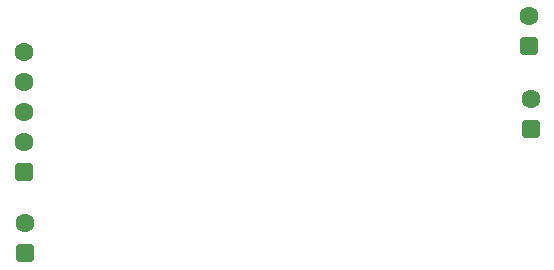
<source format=gbr>
G04*
G04 #@! TF.GenerationSoftware,Altium Limited,Altium Designer,23.3.1 (30)*
G04*
G04 Layer_Color=12632256*
%FSLAX44Y44*%
%MOMM*%
G71*
G04*
G04 #@! TF.SameCoordinates,C21C2CC1-9CAE-44D3-A5A2-357AACA34620*
G04*
G04*
G04 #@! TF.FilePolarity,Positive*
G04*
G01*
G75*
G04:AMPARAMS|DCode=40|XSize=1.6mm|YSize=1.6mm|CornerRadius=0.4mm|HoleSize=0mm|Usage=FLASHONLY|Rotation=90.000|XOffset=0mm|YOffset=0mm|HoleType=Round|Shape=RoundedRectangle|*
%AMROUNDEDRECTD40*
21,1,1.6000,0.8000,0,0,90.0*
21,1,0.8000,1.6000,0,0,90.0*
1,1,0.8000,0.4000,0.4000*
1,1,0.8000,0.4000,-0.4000*
1,1,0.8000,-0.4000,-0.4000*
1,1,0.8000,-0.4000,0.4000*
%
%ADD40ROUNDEDRECTD40*%
%ADD41C,1.6000*%
D40*
X918210Y640080D02*
D03*
X1344930Y815340D02*
D03*
X916940Y708660D02*
D03*
X1346200Y745490D02*
D03*
D41*
X918210Y665480D02*
D03*
X1344930Y840740D02*
D03*
X916940Y810260D02*
D03*
Y784860D02*
D03*
Y734060D02*
D03*
Y759460D02*
D03*
X1346200Y770890D02*
D03*
M02*

</source>
